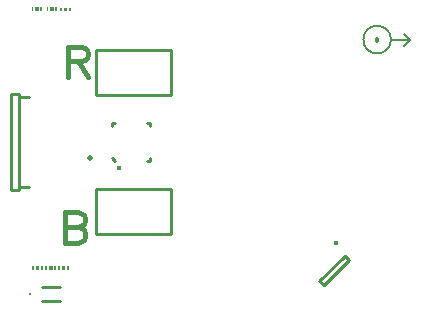
<source format=gto>
G04 DipTrace 2.4.0.2*
%INTopSilk.gbr*%
%MOIN*%
%ADD10C,0.0098*%
%ADD15C,0.0079*%
%ADD17C,0.007*%
%ADD20C,0.018*%
%ADD26C,0.0094*%
%ADD28C,0.0197*%
%ADD44C,0.0154*%
%ADD45O,0.0154X0.0144*%
%FSLAX44Y44*%
G04*
G70*
G90*
G75*
G01*
%LNTopSilk*%
%LPD*%
G36*
X5407Y5315D2*
X5348D1*
Y5197D1*
X5407D1*
Y5315D1*
G37*
G36*
X5112D2*
X5053D1*
Y5197D1*
X5112D1*
Y5315D1*
G37*
G36*
X5289D2*
X5171D1*
Y5197D1*
X5289D1*
Y5315D1*
G37*
G36*
X4670Y13832D2*
X4729D1*
Y13950D1*
X4670D1*
Y13832D1*
G37*
G36*
X4966D2*
X5025D1*
Y13950D1*
X4966D1*
Y13832D1*
G37*
G36*
X4788D2*
X4907D1*
Y13950D1*
X4788D1*
Y13832D1*
G37*
G36*
X4170D2*
X4229D1*
Y13950D1*
X4170D1*
Y13832D1*
G37*
G36*
X4466D2*
X4525D1*
Y13950D1*
X4466D1*
Y13832D1*
G37*
G36*
X4288D2*
X4407D1*
Y13950D1*
X4288D1*
Y13832D1*
G37*
G36*
X4547Y5310D2*
X4488D1*
Y5192D1*
X4547D1*
Y5310D1*
G37*
G36*
X4252D2*
X4193D1*
Y5192D1*
X4252D1*
Y5310D1*
G37*
G36*
X4429D2*
X4311D1*
Y5192D1*
X4429D1*
Y5310D1*
G37*
G36*
X4987D2*
X4928D1*
Y5192D1*
X4987D1*
Y5310D1*
G37*
G36*
X4692D2*
X4633D1*
Y5192D1*
X4692D1*
Y5310D1*
G37*
G36*
X4869D2*
X4751D1*
Y5192D1*
X4869D1*
Y5310D1*
G37*
G36*
X5123Y13815D2*
X5182D1*
Y13933D1*
X5123D1*
Y13815D1*
G37*
G36*
X5418D2*
X5477D1*
Y13933D1*
X5418D1*
Y13815D1*
G37*
G36*
X5241D2*
X5359D1*
Y13933D1*
X5241D1*
Y13815D1*
G37*
X4506Y4624D2*
D10*
X5135D1*
X4506Y4151D2*
X5135D1*
D26*
X4135Y4387D3*
X4093Y7954D2*
D10*
X3739D1*
X3738Y10946D2*
X4093D1*
D28*
X6120Y8938D3*
X3739Y11045D2*
D10*
Y7855D1*
Y11045D2*
X3502D1*
X3739Y7855D2*
X3502D1*
Y11045D2*
Y7855D1*
X8830Y11010D2*
X6330D1*
Y12510D1*
X8830D1*
Y11010D1*
Y6395D2*
X6330D1*
Y7895D1*
X8830D1*
Y6395D1*
D44*
X14314Y6085D3*
X14604Y5665D2*
D10*
X13768Y4830D1*
X13908Y4691D1*
X14743Y5526D1*
X14604Y5665D1*
X6958Y8819D2*
X6840Y8924D1*
X8130Y8819D2*
Y8924D1*
Y8819D2*
X8012D1*
X8130Y10086D2*
X8012D1*
X8130D2*
Y9980D1*
X6840Y10086D2*
X6958D1*
X6840D2*
Y9980D1*
D45*
X7078Y8595D3*
X15230Y12870D2*
D17*
G02X15230Y12870I460J0D01*
G01*
X16170D2*
D15*
X16771D1*
X16571Y13069D2*
X16770Y12871D1*
X16571Y12671D2*
X16770Y12869D1*
D20*
X15700Y12860D3*
X5390Y12149D2*
D44*
X5820D1*
X5964Y12198D1*
X6012Y12246D1*
X6060Y12341D1*
Y12437D1*
X6012Y12532D1*
X5964Y12580D1*
X5820Y12628D1*
X5390D1*
Y11623D1*
X5725Y12149D2*
X6060Y11623D1*
X5290Y7108D2*
Y6103D1*
X5721D1*
X5865Y6152D1*
X5912Y6199D1*
X5960Y6294D1*
Y6438D1*
X5912Y6534D1*
X5865Y6582D1*
X5721Y6629D1*
X5865Y6678D1*
X5912Y6726D1*
X5960Y6821D1*
Y6917D1*
X5912Y7012D1*
X5865Y7060D1*
X5721Y7108D1*
X5290D1*
Y6629D2*
X5721D1*
M02*

</source>
